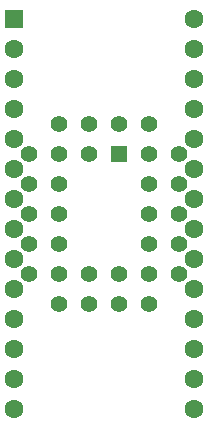
<source format=gbr>
%TF.GenerationSoftware,KiCad,Pcbnew,9.0.5*%
%TF.CreationDate,2025-10-26T17:33:29-05:00*%
%TF.ProjectId,28c256,32386332-3536-42e6-9b69-6361645f7063,rev?*%
%TF.SameCoordinates,Original*%
%TF.FileFunction,Soldermask,Top*%
%TF.FilePolarity,Negative*%
%FSLAX46Y46*%
G04 Gerber Fmt 4.6, Leading zero omitted, Abs format (unit mm)*
G04 Created by KiCad (PCBNEW 9.0.5) date 2025-10-26 17:33:29*
%MOMM*%
%LPD*%
G01*
G04 APERTURE LIST*
G04 Aperture macros list*
%AMRoundRect*
0 Rectangle with rounded corners*
0 $1 Rounding radius*
0 $2 $3 $4 $5 $6 $7 $8 $9 X,Y pos of 4 corners*
0 Add a 4 corners polygon primitive as box body*
4,1,4,$2,$3,$4,$5,$6,$7,$8,$9,$2,$3,0*
0 Add four circle primitives for the rounded corners*
1,1,$1+$1,$2,$3*
1,1,$1+$1,$4,$5*
1,1,$1+$1,$6,$7*
1,1,$1+$1,$8,$9*
0 Add four rect primitives between the rounded corners*
20,1,$1+$1,$2,$3,$4,$5,0*
20,1,$1+$1,$4,$5,$6,$7,0*
20,1,$1+$1,$6,$7,$8,$9,0*
20,1,$1+$1,$8,$9,$2,$3,0*%
G04 Aperture macros list end*
%ADD10R,1.422400X1.422400*%
%ADD11C,1.422400*%
%ADD12RoundRect,0.250000X-0.550000X-0.550000X0.550000X-0.550000X0.550000X0.550000X-0.550000X0.550000X0*%
%ADD13C,1.600000*%
G04 APERTURE END LIST*
D10*
%TO.C,U2*%
X132556250Y-89058750D03*
D11*
X130016250Y-86518750D03*
X130016250Y-89058750D03*
X127476250Y-86518750D03*
X124936250Y-89058750D03*
X127476250Y-89058750D03*
X124936250Y-91598750D03*
X127476250Y-91598750D03*
X124936250Y-94138750D03*
X127476250Y-94138750D03*
X124936250Y-96678750D03*
X127476250Y-96678750D03*
X124936250Y-99218750D03*
X127476250Y-101758750D03*
X127476250Y-99218750D03*
X130016250Y-101758750D03*
X130016250Y-99218750D03*
X132556250Y-101758750D03*
X132556250Y-99218750D03*
X135096250Y-101758750D03*
X137636250Y-99218750D03*
X135096250Y-99218750D03*
X137636250Y-96678750D03*
X135096250Y-96678750D03*
X137636250Y-94138750D03*
X135096250Y-94138750D03*
X137636250Y-91598750D03*
X135096250Y-91598750D03*
X137636250Y-89058750D03*
X135096250Y-86518750D03*
X135096250Y-89058750D03*
X132556250Y-86518750D03*
%TD*%
D12*
%TO.C,U1*%
X123666250Y-77628750D03*
D13*
X123666250Y-80168750D03*
X123666250Y-82708750D03*
X123666250Y-85248750D03*
X123666250Y-87788750D03*
X123666250Y-90328750D03*
X123666250Y-92868750D03*
X123666250Y-95408750D03*
X123666250Y-97948750D03*
X123666250Y-100488750D03*
X123666250Y-103028750D03*
X123666250Y-105568750D03*
X123666250Y-108108750D03*
X123666250Y-110648750D03*
X138906250Y-110648750D03*
X138906250Y-108108750D03*
X138906250Y-105568750D03*
X138906250Y-103028750D03*
X138906250Y-100488750D03*
X138906250Y-97948750D03*
X138906250Y-95408750D03*
X138906250Y-92868750D03*
X138906250Y-90328750D03*
X138906250Y-87788750D03*
X138906250Y-85248750D03*
X138906250Y-82708750D03*
X138906250Y-80168750D03*
X138906250Y-77628750D03*
%TD*%
M02*

</source>
